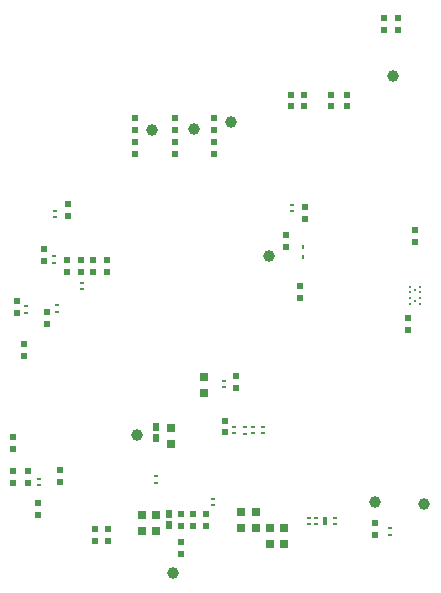
<source format=gbr>
%TF.GenerationSoftware,Altium Limited,Altium Designer,20.1.11 (218)*%
G04 Layer_Color=128*
%FSLAX45Y45*%
%MOMM*%
%TF.SameCoordinates,A720D921-2E1A-4B1E-B03F-C1F3B01285F1*%
%TF.FilePolarity,Positive*%
%TF.FileFunction,Paste,Bot*%
%TF.Part,Single*%
G01*
G75*
%TA.AperFunction,SMDPad,CuDef*%
%ADD15R,0.30000X0.27000*%
%ADD16R,0.50000X0.60000*%
%ADD36R,0.55000X0.60000*%
%ADD75R,0.80000X0.75000*%
%ADD76C,1.00000*%
%ADD77R,0.40000X0.70000*%
%ADD78R,0.40000X0.25000*%
%TA.AperFunction,BGAPad,CuDef*%
%ADD79C,0.25000*%
%TA.AperFunction,SMDPad,CuDef*%
%ADD80R,0.25000X0.36000*%
%ADD81R,0.50000X0.65000*%
D15*
X1669990Y2458490D02*
D03*
Y2401493D02*
D03*
X4489998Y568500D02*
D03*
Y511498D02*
D03*
X3170001Y1428502D02*
D03*
Y1371499D02*
D03*
X3410002Y1428501D02*
D03*
Y1371498D02*
D03*
X1520008Y931510D02*
D03*
Y988508D02*
D03*
X3800001Y601501D02*
D03*
Y658499D02*
D03*
X4019999Y658501D02*
D03*
Y601498D02*
D03*
X1880006Y2591507D02*
D03*
Y2648510D02*
D03*
X1640000Y2813003D02*
D03*
Y2870000D02*
D03*
X1409993Y2391495D02*
D03*
Y2448493D02*
D03*
X1650010Y3258510D02*
D03*
Y3201507D02*
D03*
X3660000Y3251501D02*
D03*
Y3308499D02*
D03*
X3329998Y1371503D02*
D03*
Y1428500D02*
D03*
X3259997Y1370003D02*
D03*
Y1427000D02*
D03*
X2509999Y1008501D02*
D03*
Y951498D02*
D03*
X2989999Y761498D02*
D03*
Y818501D02*
D03*
X3079999Y1761499D02*
D03*
Y1818502D02*
D03*
D16*
X1989998Y559999D02*
D03*
Y459999D02*
D03*
X4439999Y4789999D02*
D03*
Y4889999D02*
D03*
X4560002Y4789999D02*
D03*
Y4889999D02*
D03*
X4359998Y509999D02*
D03*
Y609999D02*
D03*
X4639999Y2349999D02*
D03*
Y2249999D02*
D03*
X1692502Y1059998D02*
D03*
Y959998D02*
D03*
X1560002Y2830000D02*
D03*
Y2929999D02*
D03*
X1390002Y2129999D02*
D03*
Y2029999D02*
D03*
X1749999Y2840000D02*
D03*
Y2740000D02*
D03*
X1869999Y2839998D02*
D03*
Y2739998D02*
D03*
X1329999Y2390001D02*
D03*
Y2490001D02*
D03*
X1760001Y3309999D02*
D03*
Y3209999D02*
D03*
X1970000Y2740000D02*
D03*
Y2840000D02*
D03*
X1300000Y1240000D02*
D03*
Y1340000D02*
D03*
X1419998Y1050002D02*
D03*
Y950002D02*
D03*
X1300000Y1049998D02*
D03*
Y949998D02*
D03*
X3729998Y2620000D02*
D03*
Y2520001D02*
D03*
X3610004Y3049999D02*
D03*
Y2949999D02*
D03*
X3770002Y3190002D02*
D03*
Y3290002D02*
D03*
X3650000Y4140000D02*
D03*
Y4240000D02*
D03*
X3759999Y4139999D02*
D03*
Y4239999D02*
D03*
X3989996Y4140000D02*
D03*
Y4240000D02*
D03*
X4120002Y4139999D02*
D03*
Y4239999D02*
D03*
D36*
X4700000Y2990002D02*
D03*
Y3090002D02*
D03*
X2090000Y2840000D02*
D03*
Y2740000D02*
D03*
X2329999Y3839999D02*
D03*
Y3740000D02*
D03*
X2669999Y3740001D02*
D03*
Y3840001D02*
D03*
X3000002D02*
D03*
Y3740001D02*
D03*
X1579997Y2300001D02*
D03*
Y2400001D02*
D03*
X2100001Y559999D02*
D03*
Y459999D02*
D03*
X1510002Y779999D02*
D03*
Y679999D02*
D03*
X2999998Y4039999D02*
D03*
Y3939999D02*
D03*
X2669999Y4040000D02*
D03*
Y3940001D02*
D03*
X2329999Y4040000D02*
D03*
Y3940001D02*
D03*
X2720002Y690000D02*
D03*
Y590000D02*
D03*
X2820002Y589999D02*
D03*
Y689999D02*
D03*
X3089999Y1480001D02*
D03*
Y1380001D02*
D03*
X2929998Y589999D02*
D03*
Y689999D02*
D03*
X2720000Y350001D02*
D03*
Y450001D02*
D03*
X3180001Y1759999D02*
D03*
Y1859999D02*
D03*
D75*
X3470001Y567502D02*
D03*
Y432501D02*
D03*
X3230001Y572501D02*
D03*
Y707502D02*
D03*
X2389998Y542498D02*
D03*
Y677499D02*
D03*
X3589998Y432502D02*
D03*
Y567503D02*
D03*
X3349999Y707499D02*
D03*
Y572498D02*
D03*
X2910001Y1712501D02*
D03*
Y1847502D02*
D03*
X2510002Y677500D02*
D03*
Y542499D02*
D03*
X2630000Y1417499D02*
D03*
Y1282498D02*
D03*
D76*
X3460000Y2870000D02*
D03*
X4509998Y4399999D02*
D03*
X2824998Y3944999D02*
D03*
X2470001Y3939998D02*
D03*
X3139998Y4010001D02*
D03*
X2650000Y190000D02*
D03*
X2350000Y1360000D02*
D03*
X4360000Y790000D02*
D03*
X4780000Y769998D02*
D03*
D77*
X3934999Y630000D02*
D03*
D78*
X3865002Y607501D02*
D03*
Y652499D02*
D03*
D79*
X4743500Y2464996D02*
D03*
Y2514999D02*
D03*
Y2564996D02*
D03*
Y2614999D02*
D03*
X4700000Y2490000D02*
D03*
Y2590000D02*
D03*
X4656500Y2464996D02*
D03*
Y2514999D02*
D03*
Y2564996D02*
D03*
Y2614999D02*
D03*
D80*
X3750000Y2865997D02*
D03*
Y2950000D02*
D03*
D81*
X2510002Y1427499D02*
D03*
Y1332498D02*
D03*
X2619998Y687499D02*
D03*
Y592498D02*
D03*
%TF.MD5,9118296fb4a5c215037323c461327979*%
M02*

</source>
